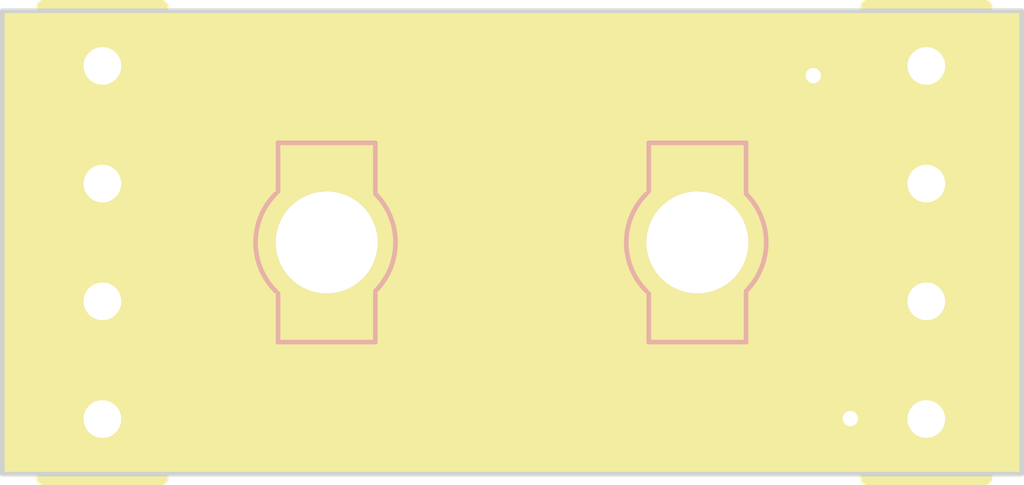
<source format=kicad_pcb>
(kicad_pcb (version 3) (host pcbnew "(2013-07-07 BZR 4022)-stable")

  (general
    (links 8)
    (no_connects 0)
    (area 146.0627 89.065445 169.750001 100.834555)
    (thickness 1.6)
    (drawings 4)
    (tracks 56)
    (zones 0)
    (modules 4)
    (nets 6)
  )

  (page A4)
  (layers
    (15 F.Cu signal)
    (0 B.Cu signal)
    (16 B.Adhes user)
    (17 F.Adhes user)
    (18 B.Paste user)
    (19 F.Paste user)
    (20 B.SilkS user)
    (21 F.SilkS user)
    (22 B.Mask user)
    (23 F.Mask user)
    (24 Dwgs.User user)
    (25 Cmts.User user)
    (26 Eco1.User user)
    (27 Eco2.User user)
    (28 Edge.Cuts user)
  )

  (setup
    (last_trace_width 0.07493)
    (trace_clearance 0.254)
    (zone_clearance 0.508)
    (zone_45_only no)
    (trace_min 0.0508)
    (segment_width 0.2)
    (edge_width 0.1)
    (via_size 0.508)
    (via_drill 0.3302)
    (via_min_size 0.508)
    (via_min_drill 0.3302)
    (uvia_size 0.508)
    (uvia_drill 0.127)
    (uvias_allowed no)
    (uvia_min_size 0.508)
    (uvia_min_drill 0.127)
    (pcb_text_width 0.3)
    (pcb_text_size 1.5 1.5)
    (mod_edge_width 0.15)
    (mod_text_size 1 1)
    (mod_text_width 0.15)
    (pad_size 1 0.7)
    (pad_drill 0)
    (pad_to_mask_clearance 0)
    (aux_axis_origin 0 0)
    (visible_elements 7FFFFFBF)
    (pcbplotparams
      (layerselection 284196865)
      (usegerberextensions true)
      (excludeedgelayer true)
      (linewidth 0.150000)
      (plotframeref false)
      (viasonmask false)
      (mode 1)
      (useauxorigin false)
      (hpglpennumber 1)
      (hpglpenspeed 20)
      (hpglpendiameter 15)
      (hpglpenoverlay 2)
      (psnegative false)
      (psa4output false)
      (plotreference true)
      (plotvalue true)
      (plotothertext true)
      (plotinvisibletext false)
      (padsonsilk false)
      (subtractmaskfromsilk false)
      (outputformat 1)
      (mirror false)
      (drillshape 0)
      (scaleselection 1)
      (outputdirectory Gerbers/))
  )

  (net 0 "")
  (net 1 /L1P1)
  (net 2 /L1P2)
  (net 3 /L2P1)
  (net 4 /L2P2)
  (net 5 VCC)

  (net_class Default "This is the default net class."
    (clearance 0.254)
    (trace_width 0.07493)
    (via_dia 0.508)
    (via_drill 0.3302)
    (uvia_dia 0.508)
    (uvia_drill 0.127)
    (add_net "")
    (add_net /L1P1)
    (add_net /L1P2)
    (add_net /L2P1)
    (add_net /L2P2)
    (add_net VCC)
  )

  (module Connect:SIL-4   locked (layer F.Cu) (tedit 528FD8FE) (tstamp 528E88C7)
    (at 149.86 95 90)
    (descr "Connecteur 4 pibs")
    (tags "CONN DEV")
    (path /528E6CD7)
    (fp_text reference J1 (at 0 -2.54 90) (layer F.SilkS) hide
      (effects (font (size 1.73482 1.08712) (thickness 0.27178)))
    )
    (fp_text value HEADER_4 (at 0 -2.54 90) (layer F.SilkS) hide
      (effects (font (size 1.524 1.016) (thickness 0.3048)))
    )
    (fp_line (start -5.08 -1.27) (end -5.08 -1.27) (layer F.SilkS) (width 0.3048))
    (fp_line (start -5.08 1.27) (end -5.08 -1.27) (layer F.SilkS) (width 0.3048))
    (fp_line (start -5.08 -1.27) (end -5.08 -1.27) (layer F.SilkS) (width 0.3048))
    (fp_line (start -5.08 -1.27) (end 5.08 -1.27) (layer F.SilkS) (width 0.3048))
    (fp_line (start 5.08 -1.27) (end 5.08 1.27) (layer F.SilkS) (width 0.3048))
    (fp_line (start 5.08 1.27) (end -5.08 1.27) (layer F.SilkS) (width 0.3048))
    (fp_line (start -2.54 1.27) (end -2.54 -1.27) (layer F.SilkS) (width 0.3048))
    (pad 1 thru_hole rect (at -3.81 0 90) (size 1.397 1.397) (drill 0.8128)
      (layers *.Cu *.Mask F.SilkS)
      (net 3 /L2P1)
    )
    (pad 2 thru_hole circle (at -1.27 0 90) (size 1.397 1.397) (drill 0.8128)
      (layers *.Cu *.Mask F.SilkS)
      (net 2 /L1P2)
    )
    (pad 3 thru_hole circle (at 1.27 0 90) (size 1.397 1.397) (drill 0.8128)
      (layers *.Cu *.Mask F.SilkS)
      (net 1 /L1P1)
    )
    (pad 4 thru_hole circle (at 3.81 0 90) (size 1.397 1.397) (drill 0.8128)
      (layers *.Cu *.Mask F.SilkS)
      (net 5 VCC)
    )
  )

  (module Connect:SIL-4   locked (layer F.Cu) (tedit 528EA9C5) (tstamp 528E88D6)
    (at 167.64 95 90)
    (descr "Connecteur 4 pibs")
    (tags "CONN DEV")
    (path /528E6CEB)
    (fp_text reference J2 (at 0 -2.54 90) (layer F.SilkS) hide
      (effects (font (size 1.73482 1.08712) (thickness 0.27178)))
    )
    (fp_text value HEADER_4 (at 0 -2.54 90) (layer F.SilkS) hide
      (effects (font (size 1.524 1.016) (thickness 0.3048)))
    )
    (fp_line (start -5.08 -1.27) (end -5.08 -1.27) (layer F.SilkS) (width 0.3048))
    (fp_line (start -5.08 1.27) (end -5.08 -1.27) (layer F.SilkS) (width 0.3048))
    (fp_line (start -5.08 -1.27) (end -5.08 -1.27) (layer F.SilkS) (width 0.3048))
    (fp_line (start -5.08 -1.27) (end 5.08 -1.27) (layer F.SilkS) (width 0.3048))
    (fp_line (start 5.08 -1.27) (end 5.08 1.27) (layer F.SilkS) (width 0.3048))
    (fp_line (start 5.08 1.27) (end -5.08 1.27) (layer F.SilkS) (width 0.3048))
    (fp_line (start -2.54 1.27) (end -2.54 -1.27) (layer F.SilkS) (width 0.3048))
    (pad 1 thru_hole rect (at -3.81 0 90) (size 1.397 1.397) (drill 0.8128)
      (layers *.Cu *.Mask F.SilkS)
    )
    (pad 2 thru_hole circle (at -1.27 0 90) (size 1.397 1.397) (drill 0.8128)
      (layers *.Cu *.Mask F.SilkS)
    )
    (pad 3 thru_hole circle (at 1.27 0 90) (size 1.397 1.397) (drill 0.8128)
      (layers *.Cu *.Mask F.SilkS)
      (net 4 /L2P2)
    )
    (pad 4 thru_hole circle (at 3.81 0 90) (size 1.397 1.397) (drill 0.8128)
      (layers *.Cu *.Mask F.SilkS)
    )
  )

  (module BiColorLED   locked (layer B.Cu) (tedit 52BCC1ED) (tstamp 528FA7C0)
    (at 154.7 95 90)
    (path /528E47CF)
    (fp_text reference LED1 (at -0.15 2.5 90) (layer B.SilkS) hide
      (effects (font (size 1 1) (thickness 0.15)) (justify mirror))
    )
    (fp_text value BICOLORLED (at 0.05 -2.7 90) (layer B.SilkS) hide
      (effects (font (size 1 1) (thickness 0.15)) (justify mirror))
    )
    (fp_arc (start 0 -0.05) (end 1.05 -1.1) (angle -90) (layer B.SilkS) (width 0.1))
    (fp_arc (start 0 0) (end -1.05 1.05) (angle -90) (layer B.SilkS) (width 0.1))
    (fp_line (start 1.1 1.05) (end 2.15 1.05) (layer B.SilkS) (width 0.1))
    (fp_line (start 2.15 1.05) (end 2.15 -1.05) (layer B.SilkS) (width 0.1))
    (fp_line (start 2.15 -1.05) (end 1.1 -1.05) (layer B.SilkS) (width 0.1))
    (fp_line (start -2.15 1.05) (end -2.15 -1.05) (layer B.SilkS) (width 0.1))
    (fp_line (start -2.15 -1.05) (end -1.1 -1.05) (layer B.SilkS) (width 0.1))
    (fp_line (start -2.15 1.05) (end -1.1 1.05) (layer B.SilkS) (width 0.1))
    (pad "" np_thru_hole circle (at 0 0 90) (size 2.2 2.2) (drill 2.2)
      (layers *.Cu *.Mask B.SilkS)
    )
    (pad 2 smd rect (at -1.6002 0.45 90) (size 1 0.7)
      (layers B.Cu B.Paste B.Mask)
      (net 2 /L1P2)
    )
    (pad 1 smd rect (at -1.6002 -0.45 90) (size 1 0.7)
      (layers B.Cu B.Paste B.Mask)
      (net 1 /L1P1)
    )
    (pad 3 smd rect (at 1.6002 0.45 90) (size 1 0.7)
      (layers B.Cu B.Paste B.Mask)
      (net 5 VCC)
    )
    (pad 4 smd rect (at 1.6002 -0.45 90) (size 1 0.7)
      (layers B.Cu B.Paste B.Mask)
      (net 5 VCC)
    )
  )

  (module BiColorLED (layer B.Cu) (tedit 52BCC1E7) (tstamp 528FA7D0)
    (at 162.7 95 90)
    (path /528E6BB3)
    (fp_text reference LED2 (at -0.15 2.5 90) (layer B.SilkS) hide
      (effects (font (size 1 1) (thickness 0.15)) (justify mirror))
    )
    (fp_text value BICOLORLED (at 0.05 -2.7 90) (layer B.SilkS) hide
      (effects (font (size 1 1) (thickness 0.15)) (justify mirror))
    )
    (fp_arc (start 0 -0.05) (end 1.05 -1.1) (angle -90) (layer B.SilkS) (width 0.1))
    (fp_arc (start 0 0) (end -1.05 1.05) (angle -90) (layer B.SilkS) (width 0.1))
    (fp_line (start 1.1 1.05) (end 2.15 1.05) (layer B.SilkS) (width 0.1))
    (fp_line (start 2.15 1.05) (end 2.15 -1.05) (layer B.SilkS) (width 0.1))
    (fp_line (start 2.15 -1.05) (end 1.1 -1.05) (layer B.SilkS) (width 0.1))
    (fp_line (start -2.15 1.05) (end -2.15 -1.05) (layer B.SilkS) (width 0.1))
    (fp_line (start -2.15 -1.05) (end -1.1 -1.05) (layer B.SilkS) (width 0.1))
    (fp_line (start -2.15 1.05) (end -1.1 1.05) (layer B.SilkS) (width 0.1))
    (pad "" np_thru_hole circle (at 0 0 90) (size 2.2 2.2) (drill 2.2)
      (layers *.Cu *.Mask B.SilkS)
    )
    (pad 2 smd rect (at -1.6002 0.45 90) (size 1 0.7)
      (layers B.Cu B.Paste B.Mask)
      (net 4 /L2P2)
    )
    (pad 1 smd rect (at -1.6002 -0.45 90) (size 1 0.7)
      (layers B.Cu B.Paste B.Mask)
      (net 3 /L2P1)
    )
    (pad 3 smd rect (at 1.6002 0.45 90) (size 1 0.7)
      (layers B.Cu B.Paste B.Mask)
      (net 5 VCC)
    )
    (pad 4 smd rect (at 1.6002 -0.45 90) (size 1 0.7)
      (layers B.Cu B.Paste B.Mask)
      (net 5 VCC)
    )
  )

  (gr_line (start 147.7 100) (end 147.7 90) (angle 90) (layer Edge.Cuts) (width 0.1))
  (gr_line (start 169.7 100) (end 147.7 100) (angle 90) (layer Edge.Cuts) (width 0.1))
  (gr_line (start 169.7 90) (end 169.7 100) (angle 90) (layer Edge.Cuts) (width 0.1))
  (gr_line (start 147.7 90) (end 169.7 90) (angle 90) (layer Edge.Cuts) (width 0.1))

  (segment (start 167.64 91.19) (end 165.2 91.2) (width 0.07493) (layer B.Cu) (net 0))
  (segment (start 165.2 91.2) (end 165.2 91.4) (width 0.07493) (layer B.Cu) (net 0) (tstamp 528FF948))
  (via (at 165.2 91.4) (size 0.508) (layers F.Cu B.Cu) (net 0))
  (segment (start 167.64 98.81) (end 166 98.8) (width 0.254) (layer B.Cu) (net 0))
  (via (at 166 98.8) (size 0.508) (layers F.Cu B.Cu) (net 0))
  (segment (start 156.8 98.6) (end 156.8 98.8) (width 0.075) (layer F.Cu) (net 0))
  (segment (start 156.65 98.6) (end 156.8 98.6) (width 0.075) (layer F.Cu) (net 0))
  (segment (start 152.3 91.4) (end 152.3 91.4) (width 0.075) (layer F.Cu) (net 0))
  (segment (start 164.9 91.4) (end 165.2 91.4) (width 0.075) (layer F.Cu) (net 0))
  (segment (start 164.85 91.4) (end 164.9 91.4) (width 0.075) (layer F.Cu) (net 0))
  (segment (start 152.2 98.6) (end 152.2 91.6) (width 0.075) (layer F.Cu) (net 0))
  (segment (start 152.2 91.6) (end 152.2 91.4) (width 0.075) (layer F.Cu) (net 0) (tstamp 528FE4B1))
  (segment (start 152.2 91.4) (end 152.3 91.4) (width 0.075) (layer F.Cu) (net 0) (tstamp 528FE455))
  (segment (start 152.3 91.4) (end 164.85 91.4) (width 0.075) (layer F.Cu) (net 0) (tstamp 528FE4AB))
  (segment (start 165.2 91.4) (end 165.2 91.6) (width 0.075) (layer F.Cu) (net 0) (tstamp 528FE45F))
  (segment (start 165.2 91.6) (end 165.2 98.6) (width 0.075) (layer F.Cu) (net 0) (tstamp 528FE49E))
  (segment (start 165.2 98.6) (end 159.7 98.6) (width 0.075) (layer F.Cu) (net 0) (tstamp 528FE46D))
  (segment (start 156.8 99.5) (end 156.8 98.8) (width 0.075) (layer F.Cu) (net 0))
  (segment (start 156.8 98.8) (end 156.8 98.75) (width 0.075) (layer F.Cu) (net 0) (tstamp 528FE4C1))
  (segment (start 156.65 98.6) (end 152.2 98.6) (width 0.075) (layer F.Cu) (net 0) (tstamp 528FE42B))
  (segment (start 151.5 99.5) (end 155 99.5) (width 0.254) (layer F.Cu) (net 0))
  (segment (start 151.5 90.5) (end 151.5 99.5) (width 0.254) (layer F.Cu) (net 0))
  (segment (start 166 90.5) (end 151.5 90.5) (width 0.254) (layer F.Cu) (net 0))
  (segment (start 166 99.5) (end 166 98.8) (width 0.254) (layer F.Cu) (net 0))
  (segment (start 166 98.8) (end 166 90.5) (width 0.254) (layer F.Cu) (net 0) (tstamp 528FF600))
  (segment (start 158.5 99.5) (end 166 99.5) (width 0.254) (layer F.Cu) (net 0))
  (segment (start 158.5 97.4) (end 158.5 99.5) (width 0.254) (layer F.Cu) (net 0))
  (segment (start 153 97.4) (end 153 92.4) (width 0.254) (layer F.Cu) (net 0))
  (segment (start 164.4 97.4) (end 158.5 97.4) (width 0.254) (layer F.Cu) (net 0))
  (segment (start 158.5 97.4) (end 153 97.4) (width 0.254) (layer F.Cu) (net 0) (tstamp 528FE283))
  (segment (start 164.4 97.4) (end 164.4 92.4) (width 0.254) (layer F.Cu) (net 0))
  (segment (start 153 92.4) (end 164.4 92.4) (width 0.254) (layer F.Cu) (net 0))
  (segment (start 149.86 93.73) (end 150.13 93.73) (width 0.254) (layer B.Cu) (net 1))
  (segment (start 153.0002 96.6002) (end 154.25 96.6002) (width 0.254) (layer B.Cu) (net 1) (tstamp 528FABF3))
  (segment (start 150.13 93.73) (end 153.0002 96.6002) (width 0.254) (layer B.Cu) (net 1) (tstamp 528FABF0))
  (segment (start 149.86 96.27) (end 151.37 96.27) (width 0.254) (layer B.Cu) (net 2))
  (segment (start 155.15 97.95) (end 155.15 96.6002) (width 0.254) (layer B.Cu) (net 2) (tstamp 528FAC02))
  (segment (start 155.1 98) (end 155.15 97.95) (width 0.254) (layer B.Cu) (net 2) (tstamp 528FAC00))
  (segment (start 153.1 98) (end 155.1 98) (width 0.254) (layer B.Cu) (net 2) (tstamp 528FABFD))
  (segment (start 151.37 96.27) (end 153.1 98) (width 0.254) (layer B.Cu) (net 2) (tstamp 528FABF8))
  (segment (start 162.25 96.6002) (end 162.249241 98.800017) (width 0.254) (layer B.Cu) (net 3))
  (segment (start 162.249241 98.800017) (end 162 99.1) (width 0.254) (layer B.Cu) (net 3) (tstamp 528FF54F))
  (segment (start 162 99.1) (end 150.55 99.1) (width 0.254) (layer B.Cu) (net 3) (tstamp 528FF553))
  (segment (start 150.55 99.1) (end 149.86 98.81) (width 0.254) (layer B.Cu) (net 3) (tstamp 528FF55A))
  (segment (start 163.15 96.6002) (end 163.15 97.75) (width 0.254) (layer B.Cu) (net 4))
  (segment (start 165.9 95.47) (end 167.64 93.73) (width 0.254) (layer B.Cu) (net 4) (tstamp 528FABBF))
  (segment (start 165.9 96.8) (end 165.9 95.47) (width 0.254) (layer B.Cu) (net 4) (tstamp 528FABBC))
  (segment (start 164.8 97.9) (end 165.9 96.8) (width 0.254) (layer B.Cu) (net 4) (tstamp 528FABB5))
  (segment (start 163.3 97.9) (end 164.8 97.9) (width 0.254) (layer B.Cu) (net 4) (tstamp 528FABB4))
  (segment (start 163.15 97.75) (end 163.3 97.9) (width 0.254) (layer B.Cu) (net 4) (tstamp 528FABB2))
  (segment (start 154.25 93.3998) (end 151.9002 93.3998) (width 0.254) (layer B.Cu) (net 5))
  (segment (start 149.86 91.3596) (end 149.86 91.19) (width 0.254) (layer B.Cu) (net 5) (tstamp 528FF527))
  (segment (start 151.9002 93.3998) (end 149.86 91.3596) (width 0.254) (layer B.Cu) (net 5) (tstamp 528FF51C))
  (segment (start 162.25 93.3998) (end 163.15 93.3998) (width 0.254) (layer B.Cu) (net 5))
  (segment (start 154.25 93.3998) (end 155.15 93.3998) (width 0.254) (layer B.Cu) (net 5))
  (segment (start 162.25 93.3998) (end 155.15 93.3998) (width 0.07493) (layer B.Cu) (net 5))

  (zone (net 0) (net_name "") (layer F.SilkS) (tstamp 52A49314) (hatch edge 0.508)
    (connect_pads (clearance 0.508))
    (min_thickness 0.254)
    (fill (arc_segments 16) (thermal_gap 0.508) (thermal_bridge_width 0.508))
    (polygon
      (pts
        (xy 147.7 90) (xy 147.7 100) (xy 169.7 100) (xy 169.7 90)
      )
    )
    (filled_polygon
      (pts
        (xy 169.573 99.873) (xy 147.827 99.873) (xy 147.827 90.127) (xy 169.573 90.127) (xy 169.573 99.873)
      )
    )
  )
)

</source>
